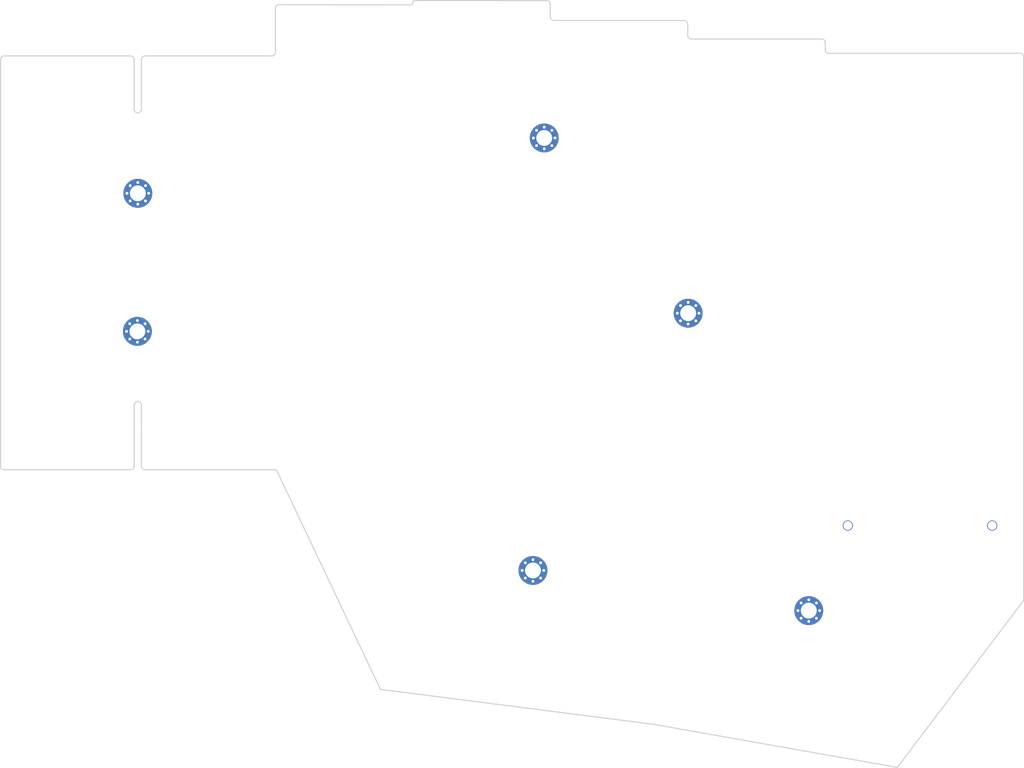
<source format=kicad_pcb>
(kicad_pcb (version 20211014) (generator pcbnew)
  (title_block (title "Corne Bottom Plate") (date "2018-11-15") (rev "2.1") (company "foostan"))
  (layers (0 "F.Cu" signal) (31 "B.Cu" signal) (34 "B.Paste" user) (35 "F.Paste" user) (36 "B.SilkS" user "B.Silkscreen") (37 "F.SilkS" user "F.Silkscreen") (38 "B.Mask" user) (39 "F.Mask" user) (44 "Edge.Cuts" user))
  (net 0 "")
  (footprint "kbd:M2_HOLE_v3" (layer "F.Cu") (at 79.952518 63.606342)
    (fp_text reference "" (at 0 -3.2) (layer "F.SilkS"))
    (fp_text value "")
    (pad "1" thru_hole circle locked (at -1.06 -1.06) (size 0.5 0.5) (drill 0.4) (layers *.Cu *.Mask))
    (pad "1" thru_hole circle locked (at 0 -1.5) (size 0.5 0.5) (drill 0.4) (layers *.Cu *.Mask))
    (pad "1" thru_hole circle locked (at 1.5 0) (size 0.5 0.5) (drill 0.4) (layers *.Cu *.Mask))
    (pad "1" thru_hole circle locked (at 1.06 -1.06) (size 0.5 0.5) (drill 0.4) (layers *.Cu *.Mask))
    (pad "1" thru_hole circle locked (at -1.5 0) (size 0.5 0.5) (drill 0.4) (layers *.Cu *.Mask))
    (pad "1" thru_hole circle locked (at 0 1.5) (size 0.5 0.5) (drill 0.4) (layers *.Cu *.Mask))
    (pad "1" thru_hole circle locked (at -1.06 1.06) (size 0.5 0.5) (drill 0.4) (layers *.Cu *.Mask))
    (pad "1" thru_hole circle locked (at 1.06 1.06) (size 0.5 0.5) (drill 0.4) (layers *.Cu *.Mask))
    (pad "1" thru_hole circle locked (at 0 0) (size 4 4) (drill 2.2) (layers *.Cu *.Mask))
  )
  (footprint "kbd:M2_HOLE_v3" (layer "F.Cu") (at 136.252518 55.936342)
    (fp_text reference "" (at 0 -3.2) (layer "F.SilkS"))
    (fp_text value "")
    (pad "1" thru_hole circle locked (at -1.5 0) (size 0.5 0.5) (drill 0.4) (layers *.Cu *.Mask))
    (pad "1" thru_hole circle locked (at 0 -1.5) (size 0.5 0.5) (drill 0.4) (layers *.Cu *.Mask))
    (pad "1" thru_hole circle locked (at 1.06 -1.06) (size 0.5 0.5) (drill 0.4) (layers *.Cu *.Mask))
    (pad "1" thru_hole circle locked (at 1.06 1.06) (size 0.5 0.5) (drill 0.4) (layers *.Cu *.Mask))
    (pad "1" thru_hole circle locked (at 1.5 0) (size 0.5 0.5) (drill 0.4) (layers *.Cu *.Mask))
    (pad "1" thru_hole circle locked (at 0 1.5) (size 0.5 0.5) (drill 0.4) (layers *.Cu *.Mask))
    (pad "1" thru_hole circle locked (at -1.06 1.06) (size 0.5 0.5) (drill 0.4) (layers *.Cu *.Mask))
    (pad "1" thru_hole circle locked (at 0 0) (size 4 4) (drill 2.2) (layers *.Cu *.Mask))
    (pad "1" thru_hole circle locked (at -1.06 -1.06) (size 0.5 0.5) (drill 0.4) (layers *.Cu *.Mask))
  )
  (footprint "kbd:M2_HOLE_v3" (layer "F.Cu") (at 172.902518 121.456342)
    (fp_text reference "" (at 0 -3.2) (layer "F.SilkS"))
    (fp_text value "")
    (pad "1" thru_hole circle locked (at 1.06 -1.06) (size 0.5 0.5) (drill 0.4) (layers *.Cu *.Mask))
    (pad "1" thru_hole circle locked (at 0 1.5) (size 0.5 0.5) (drill 0.4) (layers *.Cu *.Mask))
    (pad "1" thru_hole circle locked (at -1.5 0) (size 0.5 0.5) (drill 0.4) (layers *.Cu *.Mask))
    (pad "1" thru_hole circle locked (at 0 0) (size 4 4) (drill 2.2) (layers *.Cu *.Mask))
    (pad "1" thru_hole circle locked (at -1.06 1.06) (size 0.5 0.5) (drill 0.4) (layers *.Cu *.Mask))
    (pad "1" thru_hole circle locked (at 0 -1.5) (size 0.5 0.5) (drill 0.4) (layers *.Cu *.Mask))
    (pad "1" thru_hole circle locked (at 1.06 1.06) (size 0.5 0.5) (drill 0.4) (layers *.Cu *.Mask))
    (pad "1" thru_hole circle locked (at -1.06 -1.06) (size 0.5 0.5) (drill 0.4) (layers *.Cu *.Mask))
    (pad "1" thru_hole circle locked (at 1.5 0) (size 0.5 0.5) (drill 0.4) (layers *.Cu *.Mask))
  )
  (footprint "kbd:M2_HOLE_v3" (layer "F.Cu") (at 79.892518 82.746342)
    (fp_text reference "" (at 0 -3.2) (layer "F.SilkS"))
    (fp_text value "")
    (pad "1" thru_hole circle locked (at 1.06 -1.06) (size 0.5 0.5) (drill 0.4) (layers *.Cu *.Mask))
    (pad "1" thru_hole circle locked (at -1.5 0) (size 0.5 0.5) (drill 0.4) (layers *.Cu *.Mask))
    (pad "1" thru_hole circle locked (at 0 1.5) (size 0.5 0.5) (drill 0.4) (layers *.Cu *.Mask))
    (pad "1" thru_hole circle locked (at 0 -1.5) (size 0.5 0.5) (drill 0.4) (layers *.Cu *.Mask))
    (pad "1" thru_hole circle locked (at 0 0) (size 4 4) (drill 2.2) (layers *.Cu *.Mask))
    (pad "1" thru_hole circle locked (at 1.06 1.06) (size 0.5 0.5) (drill 0.4) (layers *.Cu *.Mask))
    (pad "1" thru_hole circle locked (at -1.06 -1.06) (size 0.5 0.5) (drill 0.4) (layers *.Cu *.Mask))
    (pad "1" thru_hole circle locked (at -1.06 1.06) (size 0.5 0.5) (drill 0.4) (layers *.Cu *.Mask))
    (pad "1" thru_hole circle locked (at 1.5 0) (size 0.5 0.5) (drill 0.4) (layers *.Cu *.Mask))
  )
  (footprint "kbd:M2_HOLE_v3" (layer "F.Cu") (at 156.192518 80.226342)
    (fp_text reference "" (at 0 -3.2) (layer "F.SilkS"))
    (fp_text value "")
    (pad "1" thru_hole circle locked (at 1.06 -1.06) (size 0.5 0.5) (drill 0.4) (layers *.Cu *.Mask))
    (pad "1" thru_hole circle locked (at 1.06 1.06) (size 0.5 0.5) (drill 0.4) (layers *.Cu *.Mask))
    (pad "1" thru_hole circle locked (at 0 -1.5) (size 0.5 0.5) (drill 0.4) (layers *.Cu *.Mask))
    (pad "1" thru_hole circle locked (at 1.5 0) (size 0.5 0.5) (drill 0.4) (layers *.Cu *.Mask))
    (pad "1" thru_hole circle locked (at 0 0) (size 4 4) (drill 2.2) (layers *.Cu *.Mask))
    (pad "1" thru_hole circle locked (at -1.5 0) (size 0.5 0.5) (drill 0.4) (layers *.Cu *.Mask))
    (pad "1" thru_hole circle locked (at -1.06 -1.06) (size 0.5 0.5) (drill 0.4) (layers *.Cu *.Mask))
    (pad "1" thru_hole circle locked (at 0 1.5) (size 0.5 0.5) (drill 0.4) (layers *.Cu *.Mask))
    (pad "1" thru_hole circle locked (at -1.06 1.06) (size 0.5 0.5) (drill 0.4) (layers *.Cu *.Mask))
  )
  (footprint "kbd:M2_HOLE_v3" (layer "F.Cu") (at 134.692518 115.886342)
    (fp_text reference "" (at 0 -3.2) (layer "F.SilkS"))
    (fp_text value "")
    (pad "1" thru_hole circle locked (at 1.5 0) (size 0.5 0.5) (drill 0.4) (layers *.Cu *.Mask))
    (pad "1" thru_hole circle locked (at -1.06 1.06) (size 0.5 0.5) (drill 0.4) (layers *.Cu *.Mask))
    (pad "1" thru_hole circle locked (at 1.06 1.06) (size 0.5 0.5) (drill 0.4) (layers *.Cu *.Mask))
    (pad "1" thru_hole circle locked (at 1.06 -1.06) (size 0.5 0.5) (drill 0.4) (layers *.Cu *.Mask))
    (pad "1" thru_hole circle locked (at 0 0) (size 4 4) (drill 2.2) (layers *.Cu *.Mask))
    (pad "1" thru_hole circle locked (at -1.06 -1.06) (size 0.5 0.5) (drill 0.4) (layers *.Cu *.Mask))
    (pad "1" thru_hole circle locked (at -1.5 0) (size 0.5 0.5) (drill 0.4) (layers *.Cu *.Mask))
    (pad "1" thru_hole circle locked (at 0 -1.5) (size 0.5 0.5) (drill 0.4) (layers *.Cu *.Mask))
    (pad "1" thru_hole circle locked (at 0 1.5) (size 0.5 0.5) (drill 0.4) (layers *.Cu *.Mask))
  )
  (gr_line (start 202.665 44.745) (end 202.665 120.045) (layer "Edge.Cuts") (width 0.15))
  (gr_arc (start 137.588553 39.641447) (mid 137.235 39.495) (end 137.088553 39.141447) (layer "Edge.Cuts") (width 0.15))
  (gr_arc (start 202.263675 44.205) (mid 202.567713 44.398172) (end 202.665 44.745) (layer "Edge.Cuts") (width 0.15))
  (gr_arc (start 80.445 51.955) (mid 80.30146 52.31146) (end 79.945 52.455) (layer "Edge.Cuts") (width 0.15))
  (gr_arc (start 79.445 92.955) (mid 79.591447 92.601447) (end 79.945 92.455) (layer "Edge.Cuts") (width 0.15))
  (gr_arc (start 79.455 101.475) (mid 79.237958 101.82164) (end 78.845 101.935) (layer "Edge.Cuts") (width 0.15))
  (gr_line (start 151.435 137.225) (end 185.175 143.195) (layer "Edge.Cuts") (width 0.15))
  (gr_arc (start 118.045 37.165) (mid 118.13566 36.982243) (end 118.315 36.885) (layer "Edge.Cuts") (width 0.15))
  (gr_arc (start 78.945 44.565) (mid 79.298553 44.711447) (end 79.445 45.065) (layer "Edge.Cuts") (width 0.15))
  (gr_line (start 137.088553 39.141447) (end 137.091453 37.388548) (layer "Edge.Cuts") (width 0.15))
  (gr_arc (start 136.591453 36.888548) (mid 136.945001 37.035) (end 137.091453 37.388548) (layer "Edge.Cuts") (width 0.15))
  (gr_arc (start 99.015 37.965) (mid 99.154964 37.612065) (end 99.505 37.465) (layer "Edge.Cuts") (width 0.15))
  (gr_line (start 136.591453 36.888548) (end 118.315 36.885) (layer "Edge.Cuts") (width 0.15))
  (gr_arc (start 79.945 52.455) (mid 79.591447 52.308553) (end 79.445 51.955) (layer "Edge.Cuts") (width 0.15))
  (gr_line (start 79.445 45.065) (end 79.445 51.955) (layer "Edge.Cuts") (width 0.15))
  (gr_line (start 174.685 42.215) (end 156.615917 42.214083) (layer "Edge.Cuts") (width 0.15))
  (gr_line (start 61.455 101.935) (end 78.845 101.935) (layer "Edge.Cuts") (width 0.15))
  (gr_line (start 156.135 41.714083) (end 156.135 40.215) (layer "Edge.Cuts") (width 0.15))
  (gr_line (start 98.515 44.565) (end 80.945 44.565) (layer "Edge.Cuts") (width 0.15))
  (gr_arc (start 79.945 92.455) (mid 80.305598 92.596241) (end 80.451447 92.955) (layer "Edge.Cuts") (width 0.15))
  (gr_line (start 99.015 37.965) (end 99.015 44.065) (layer "Edge.Cuts") (width 0.15))
  (gr_arc (start 174.685 42.215) (mid 175.038553 42.361447) (end 175.185 42.715) (layer "Edge.Cuts") (width 0.15))
  (gr_line (start 113.565 132.375) (end 151.435 137.225) (layer "Edge.Cuts") (width 0.15))
  (gr_arc (start 175.685 44.205) (mid 175.34189 44.069053) (end 175.185 43.735) (layer "Edge.Cuts") (width 0.15))
  (gr_arc (start 156.615917 42.214083) (mid 156.255918 42.079061) (end 156.135 41.714083) (layer "Edge.Cuts") (width 0.15))
  (gr_line (start 175.185 42.715) (end 175.185 43.735) (layer "Edge.Cuts") (width 0.15))
  (gr_line (start 117.765 37.485) (end 99.505 37.465) (layer "Edge.Cuts") (width 0.15))
  (gr_line (start 185.175 143.195) (end 202.665 120.045) (layer "Edge.Cuts") (width 0.15))
  (gr_arc (start 60.935 45.065) (mid 61.081447 44.711447) (end 61.435 44.565) (layer "Edge.Cuts") (width 0.15))
  (gr_line (start 99.155 101.935) (end 80.995 101.935) (layer "Edge.Cuts") (width 0.15))
  (gr_line (start 80.445 51.955) (end 80.445 45.065) (layer "Edge.Cuts") (width 0.15))
  (gr_arc (start 99.015 44.065) (mid 98.868553 44.418553) (end 98.515 44.565) (layer "Edge.Cuts") (width 0.15))
  (gr_arc (start 80.445 45.065) (mid 80.591447 44.711447) (end 80.945 44.565) (layer "Edge.Cuts") (width 0.15))
  (gr_line (start 80.451447 92.955) (end 80.451447 101.475) (layer "Edge.Cuts") (width 0.15))
  (gr_arc (start 118.045 37.165) (mid 117.978612 37.38941) (end 117.765 37.485) (layer "Edge.Cuts") (width 0.15))
  (gr_line (start 78.945 44.565) (end 61.435 44.565) (layer "Edge.Cuts") (width 0.15))
  (gr_arc (start 155.607357 39.641447) (mid 155.985214 39.823316) (end 156.135 40.215) (layer "Edge.Cuts") (width 0.15))
  (gr_line (start 60.935 45.065) (end 60.935 101.425) (layer "Edge.Cuts") (width 0.15))
  (gr_line (start 79.455 101.475) (end 79.445 92.955) (layer "Edge.Cuts") (width 0.15))
  (gr_line (start 202.263675 44.205) (end 175.685 44.205) (layer "Edge.Cuts") (width 0.15))
  (gr_arc (start 61.455 101.935) (mid 61.081096 101.796137) (end 60.935 101.425) (layer "Edge.Cuts") (width 0.15))
  (gr_line (start 155.607357 39.641447) (end 137.588553 39.641447) (layer "Edge.Cuts") (width 0.15))
  (gr_arc (start 80.995 101.935) (mid 80.642603 101.800264) (end 80.451447 101.475) (layer "Edge.Cuts") (width 0.15))
  (gr_line (start 99.155 101.935) (end 113.565 132.375) (layer "Edge.Cuts") (width 0.15))
  (via (at 198.312518 109.656342) (size 1.4) (drill 1.2) (layers "F.Cu" "B.Cu") (net 0))
  (via (at 178.312518 109.656342) (size 1.4) (drill 1.2) (layers "F.Cu" "B.Cu") (net 0))
)
</source>
